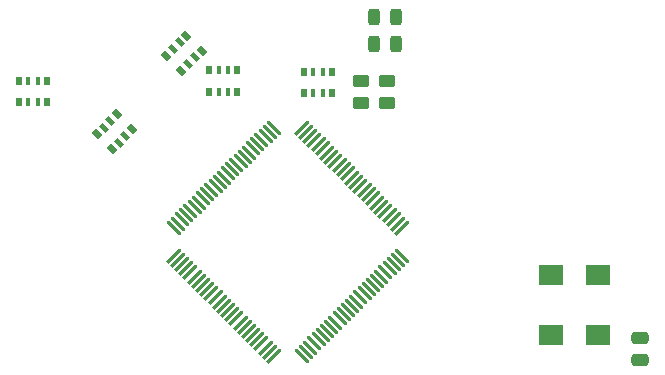
<source format=gbr>
%TF.GenerationSoftware,KiCad,Pcbnew,8.0.4*%
%TF.CreationDate,2024-12-17T16:17:44+07:00*%
%TF.ProjectId,cpld_mux,63706c64-5f6d-4757-982e-6b696361645f,rev?*%
%TF.SameCoordinates,Original*%
%TF.FileFunction,Paste,Top*%
%TF.FilePolarity,Positive*%
%FSLAX46Y46*%
G04 Gerber Fmt 4.6, Leading zero omitted, Abs format (unit mm)*
G04 Created by KiCad (PCBNEW 8.0.4) date 2024-12-17 16:17:44*
%MOMM*%
%LPD*%
G01*
G04 APERTURE LIST*
G04 Aperture macros list*
%AMRoundRect*
0 Rectangle with rounded corners*
0 $1 Rounding radius*
0 $2 $3 $4 $5 $6 $7 $8 $9 X,Y pos of 4 corners*
0 Add a 4 corners polygon primitive as box body*
4,1,4,$2,$3,$4,$5,$6,$7,$8,$9,$2,$3,0*
0 Add four circle primitives for the rounded corners*
1,1,$1+$1,$2,$3*
1,1,$1+$1,$4,$5*
1,1,$1+$1,$6,$7*
1,1,$1+$1,$8,$9*
0 Add four rect primitives between the rounded corners*
20,1,$1+$1,$2,$3,$4,$5,0*
20,1,$1+$1,$4,$5,$6,$7,0*
20,1,$1+$1,$6,$7,$8,$9,0*
20,1,$1+$1,$8,$9,$2,$3,0*%
%AMRotRect*
0 Rectangle, with rotation*
0 The origin of the aperture is its center*
0 $1 length*
0 $2 width*
0 $3 Rotation angle, in degrees counterclockwise*
0 Add horizontal line*
21,1,$1,$2,0,0,$3*%
G04 Aperture macros list end*
%ADD10RotRect,0.800000X0.500000X315.000000*%
%ADD11RotRect,0.800000X0.400000X315.000000*%
%ADD12R,0.500000X0.800000*%
%ADD13R,0.400000X0.800000*%
%ADD14RoundRect,0.243750X0.243750X0.456250X-0.243750X0.456250X-0.243750X-0.456250X0.243750X-0.456250X0*%
%ADD15RoundRect,0.250000X0.450000X-0.262500X0.450000X0.262500X-0.450000X0.262500X-0.450000X-0.262500X0*%
%ADD16RoundRect,0.250000X0.475000X-0.250000X0.475000X0.250000X-0.475000X0.250000X-0.475000X-0.250000X0*%
%ADD17R,2.000000X1.800000*%
%ADD18RoundRect,0.075000X-0.459619X-0.565685X0.565685X0.459619X0.459619X0.565685X-0.565685X-0.459619X0*%
%ADD19RoundRect,0.075000X0.459619X-0.565685X0.565685X-0.459619X-0.459619X0.565685X-0.565685X0.459619X0*%
G04 APERTURE END LIST*
D10*
%TO.C,RN6*%
X35499409Y-54274961D03*
D11*
X34933724Y-54840646D03*
X34368038Y-55406332D03*
D10*
X33802353Y-55972017D03*
X35075145Y-57244809D03*
D11*
X35640830Y-56679124D03*
X36206516Y-56113438D03*
D10*
X36772201Y-55547753D03*
%TD*%
%TO.C,RN9*%
X41387465Y-47624905D03*
D11*
X40821780Y-48190590D03*
X40256094Y-48756276D03*
D10*
X39690409Y-49321961D03*
X40963201Y-50594753D03*
D11*
X41528886Y-50029068D03*
X42094572Y-49463382D03*
D10*
X42660257Y-48897697D03*
%TD*%
D12*
%TO.C,RN5*%
X29590201Y-51472753D03*
D13*
X28790201Y-51472753D03*
X27990201Y-51472753D03*
D12*
X27190201Y-51472753D03*
X27190201Y-53272753D03*
D13*
X27990201Y-53272753D03*
X28790201Y-53272753D03*
D12*
X29590201Y-53272753D03*
%TD*%
D14*
%TO.C,D2*%
X59121902Y-46052753D03*
X57246900Y-46052753D03*
%TD*%
D12*
%TO.C,RN8*%
X53720201Y-50710753D03*
D13*
X52920201Y-50710753D03*
X52120201Y-50710753D03*
D12*
X51320201Y-50710753D03*
X51320201Y-52510753D03*
D13*
X52120201Y-52510753D03*
X52920201Y-52510753D03*
D12*
X53720201Y-52510753D03*
%TD*%
%TO.C,RN7*%
X45700201Y-50572753D03*
D13*
X44900201Y-50572753D03*
X44100201Y-50572753D03*
D12*
X43300201Y-50572753D03*
X43300201Y-52372753D03*
D13*
X44100201Y-52372753D03*
X44900201Y-52372753D03*
D12*
X45700201Y-52372753D03*
%TD*%
D15*
%TO.C,R8*%
X56203201Y-53308753D03*
X56203201Y-51483753D03*
%TD*%
D16*
%TO.C,C26*%
X79825201Y-75100751D03*
X79825201Y-73200753D03*
%TD*%
D15*
%TO.C,R7*%
X58362201Y-53308753D03*
X58362201Y-51483753D03*
%TD*%
D17*
%TO.C,X1*%
X76269201Y-72946753D03*
X76269201Y-67866753D03*
X72269201Y-67866753D03*
X72269201Y-72946753D03*
%TD*%
D18*
%TO.C,U4*%
X40310516Y-66257157D03*
X40664069Y-66610710D03*
X41017623Y-66964264D03*
X41371176Y-67317817D03*
X41724729Y-67671370D03*
X42078283Y-68024924D03*
X42431836Y-68378477D03*
X42785390Y-68732031D03*
X43138943Y-69085584D03*
X43492496Y-69439137D03*
X43846050Y-69792691D03*
X44199603Y-70146244D03*
X44553156Y-70499798D03*
X44906710Y-70853351D03*
X45260263Y-71206904D03*
X45613817Y-71560458D03*
X45967370Y-71914011D03*
X46320923Y-72267564D03*
X46674477Y-72621118D03*
X47028030Y-72974671D03*
X47381584Y-73328225D03*
X47735137Y-73681778D03*
X48088690Y-74035331D03*
X48442244Y-74388885D03*
X48795797Y-74742438D03*
D19*
X51164605Y-74742438D03*
X51518158Y-74388885D03*
X51871712Y-74035331D03*
X52225265Y-73681778D03*
X52578818Y-73328225D03*
X52932372Y-72974671D03*
X53285925Y-72621118D03*
X53639479Y-72267564D03*
X53993032Y-71914011D03*
X54346585Y-71560458D03*
X54700139Y-71206904D03*
X55053692Y-70853351D03*
X55407246Y-70499798D03*
X55760799Y-70146244D03*
X56114352Y-69792691D03*
X56467906Y-69439137D03*
X56821459Y-69085584D03*
X57175012Y-68732031D03*
X57528566Y-68378477D03*
X57882119Y-68024924D03*
X58235673Y-67671370D03*
X58589226Y-67317817D03*
X58942779Y-66964264D03*
X59296333Y-66610710D03*
X59649886Y-66257157D03*
D18*
X59649886Y-63888349D03*
X59296333Y-63534796D03*
X58942779Y-63181242D03*
X58589226Y-62827689D03*
X58235673Y-62474136D03*
X57882119Y-62120582D03*
X57528566Y-61767029D03*
X57175012Y-61413475D03*
X56821459Y-61059922D03*
X56467906Y-60706369D03*
X56114352Y-60352815D03*
X55760799Y-59999262D03*
X55407246Y-59645708D03*
X55053692Y-59292155D03*
X54700139Y-58938602D03*
X54346585Y-58585048D03*
X53993032Y-58231495D03*
X53639479Y-57877942D03*
X53285925Y-57524388D03*
X52932372Y-57170835D03*
X52578818Y-56817281D03*
X52225265Y-56463728D03*
X51871712Y-56110175D03*
X51518158Y-55756621D03*
X51164605Y-55403068D03*
D19*
X48795797Y-55403068D03*
X48442244Y-55756621D03*
X48088690Y-56110175D03*
X47735137Y-56463728D03*
X47381584Y-56817281D03*
X47028030Y-57170835D03*
X46674477Y-57524388D03*
X46320923Y-57877942D03*
X45967370Y-58231495D03*
X45613817Y-58585048D03*
X45260263Y-58938602D03*
X44906710Y-59292155D03*
X44553156Y-59645708D03*
X44199603Y-59999262D03*
X43846050Y-60352815D03*
X43492496Y-60706369D03*
X43138943Y-61059922D03*
X42785390Y-61413475D03*
X42431836Y-61767029D03*
X42078283Y-62120582D03*
X41724729Y-62474136D03*
X41371176Y-62827689D03*
X41017623Y-63181242D03*
X40664069Y-63534796D03*
X40310516Y-63888349D03*
%TD*%
D14*
%TO.C,D1*%
X59147302Y-48308753D03*
X57272300Y-48308753D03*
%TD*%
M02*

</source>
